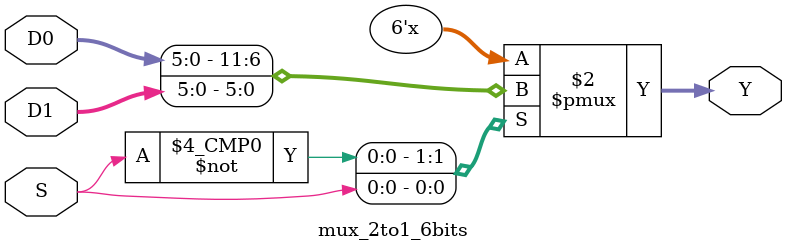
<source format=v>

module mux_4to1_6bits (output reg [5:0] Y, input [1:0] S,
		 input [5:0] D0, input [5:0] D1, input [5:0] D2, input [5:0] D3);

always @ (S,D0,D1,D2,D3)

case (S)

2'b00:   Y = D0;
2'b01:   Y = D1;
2'b10:   Y = D2;
2'b11:   Y = D3;

endcase

endmodule

//Multiplexer 6 bits 2 to 1

module mux_2to1_6bits (output reg [5:0] Y, input S,
		 input [5:0] D0, input [5:0] D1);

always @ (S,D0,D1)

case (S)

1'b0:   Y = D0;
1'b1:   Y = D1;

endcase

endmodule

</source>
